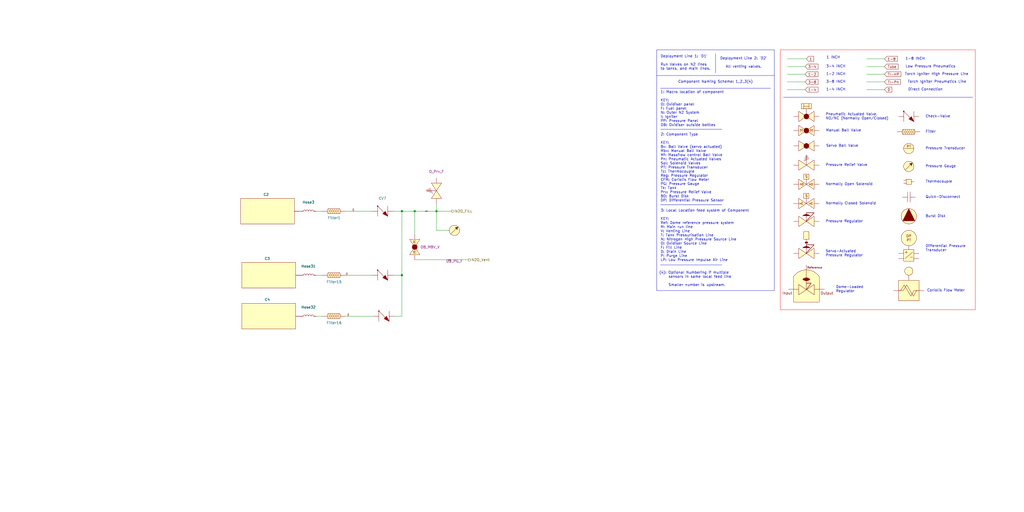
<source format=kicad_sch>
(kicad_sch (version 20250114) (generator "eeschema") (generator_version "9.0")
  (paper "User" 508 254)
  (lib_symbols
    (symbol "Check_Valve_1"
      (property "Reference" "CV" (at 2.54 -4.064 0))
      (symbol "Check_Valve_1_0_1"
        (polyline (pts (xy 0 2.54) (xy 5.08 -2.54)))
        (polyline (pts (xy 0 0) (xy 0 2.54)))
        (polyline (pts (xy 0 0) (xy 0 -2.54)))
        (polyline (pts (xy 5.08 -2.54) (xy 5.08 2.54)))
      )
      (symbol "Check_Valve_1_1_1"
        (circle (center 0 2.54) (radius 0.254) (fill (type outline)))
        (polyline (pts (xy 5.08 -2.54) (xy 2.54 -1.27) (xy 3.81 0) (xy 5.08 -2.54)) (fill (type outline)))
        (pin bidirectional line (at -2.54 0 0) (length 2.54) (name "") (number ""))
        (pin bidirectional line (at 7.62 0 180) (length 2.54) (name "") (number ""))
      )
    )
    (symbol "Check_Valve_2"
      (property "Reference" "CV" (at 2.54 -4.064 0))
      (symbol "Check_Valve_2_0_1"
        (polyline (pts (xy 0 2.54) (xy 5.08 -2.54)))
        (polyline (pts (xy 0 0) (xy 0 2.54)))
        (polyline (pts (xy 0 0) (xy 0 -2.54)))
        (polyline (pts (xy 5.08 -2.54) (xy 5.08 2.54)))
      )
      (symbol "Check_Valve_2_1_1"
        (circle (center 0 2.54) (radius 0.254) (fill (type outline)))
        (polyline (pts (xy 5.08 -2.54) (xy 2.54 -1.27) (xy 3.81 0) (xy 5.08 -2.54)) (fill (type outline)))
        (pin bidirectional line (at -2.54 0 0) (length 2.54) (name "") (number ""))
        (pin bidirectional line (at 7.62 0 180) (length 2.54) (name "") (number ""))
      )
    )
    (symbol "Check_Valve_3"
      (property "Reference" "CV" (at 2.54 -4.064 0))
      (symbol "Check_Valve_3_0_1"
        (polyline (pts (xy 0 2.54) (xy 5.08 -2.54)))
        (polyline (pts (xy 0 0) (xy 0 2.54)))
        (polyline (pts (xy 0 0) (xy 0 -2.54)))
        (polyline (pts (xy 5.08 -2.54) (xy 5.08 2.54)))
      )
      (symbol "Check_Valve_3_1_1"
        (circle (center 0 2.54) (radius 0.254) (fill (type outline)))
        (polyline (pts (xy 5.08 -2.54) (xy 2.54 -1.27) (xy 3.81 0) (xy 5.08 -2.54)) (fill (type outline)))
        (pin bidirectional line (at -2.54 0 0) (length 2.54) (name "") (number ""))
        (pin bidirectional line (at 7.62 0 180) (length 2.54) (name "") (number ""))
      )
    )
    (symbol "Filter_1"
      (property "Reference" "Filter" (at 0 -3.302 0))
      (symbol "Filter_1_1_1"
        (polyline (pts (xy -3.302 -0.635) (xy -3.302 0.635)))
        (polyline (pts (xy -3.277 0.65) (xy -3.177 0.95) (xy -2.877 1.2) (xy -2.427 1.25) (xy 2.423 1.25) (xy 2.723 1.15) (xy 2.923 0.95) (xy 3.023 0.7) (xy 3.023 -0.6) (xy 2.973 -0.85) (xy 2.823 -1.05) (xy 2.573 -1.2) (xy 1.973 -1.2) (xy -2.527 -1.2) (xy -2.702 -1.3) (xy -2.952 -1.2) (xy -3.227 -1) (xy -3.227 -0.6) (xy -3.277 -0.3) (xy -3.277 0.6)) (stroke (width -0.0001)) (fill (type background)))
        (polyline (pts (xy -2.667 1.27) (xy 2.413 1.27)))
        (polyline (pts (xy -2.667 1.016) (xy -2.667 0.254)))
        (arc (start -3.302 0.635) (mid -3.116 1.084) (end -2.667 1.27))
        (polyline (pts (xy -2.667 -0.254) (xy -2.667 -1.016)))
        (arc (start -2.667 -1.27) (mid -3.116 -1.084) (end -3.302 -0.635))
        (polyline (pts (xy -2.159 0.508) (xy -2.159 -0.508)))
        (polyline (pts (xy -1.651 1.016) (xy -1.651 0.254)))
        (polyline (pts (xy -1.651 -0.254) (xy -1.651 -1.016)))
        (polyline (pts (xy -1.143 0.508) (xy -1.143 -0.508)))
        (polyline (pts (xy -0.635 1.016) (xy -0.635 0.254)))
        (polyline (pts (xy -0.635 -0.254) (xy -0.635 -1.016)))
        (polyline (pts (xy -0.127 0.508) (xy -0.127 -0.508)))
        (polyline (pts (xy 0.381 1.016) (xy 0.381 0.254)))
        (polyline (pts (xy 0.381 -0.254) (xy 0.381 -1.016)))
        (polyline (pts (xy 0.889 0.508) (xy 0.889 -0.508)))
        (polyline (pts (xy 1.397 1.016) (xy 1.397 0.254)))
        (polyline (pts (xy 1.397 -0.254) (xy 1.397 -1.016)))
        (polyline (pts (xy 1.905 0.508) (xy 1.905 -0.508)))
        (polyline (pts (xy 2.413 1.016) (xy 2.413 0.254)))
        (arc (start 2.413 1.27) (mid 2.862 1.084) (end 3.048 0.635))
        (polyline (pts (xy 2.413 -0.254) (xy 2.413 -1.016)))
        (arc (start 3.048 -0.635) (mid 2.862 -1.084) (end 2.413 -1.27))
        (polyline (pts (xy 2.413 -1.27) (xy -2.667 -1.27)))
        (polyline (pts (xy 3.048 0.635) (xy 3.048 -0.635)))
        (pin passive line (at -5.842 0 0) (length 2.54) (name "") (number ""))
        (pin passive line (at 5.588 0 180) (length 2.54) (name "") (number ""))
      )
    )
    (symbol "Filter_2"
      (property "Reference" "Filter" (at 0 -3.302 0))
      (symbol "Filter_2_1_1"
        (polyline (pts (xy -3.302 -0.635) (xy -3.302 0.635)))
        (polyline (pts (xy -3.277 0.65) (xy -3.177 0.95) (xy -2.877 1.2) (xy -2.427 1.25) (xy 2.423 1.25) (xy 2.723 1.15) (xy 2.923 0.95) (xy 3.023 0.7) (xy 3.023 -0.6) (xy 2.973 -0.85) (xy 2.823 -1.05) (xy 2.573 -1.2) (xy 1.973 -1.2) (xy -2.527 -1.2) (xy -2.702 -1.3) (xy -2.952 -1.2) (xy -3.227 -1) (xy -3.227 -0.6) (xy -3.277 -0.3) (xy -3.277 0.6)) (stroke (width -0.0001)) (fill (type background)))
        (polyline (pts (xy -2.667 1.27) (xy 2.413 1.27)))
        (polyline (pts (xy -2.667 1.016) (xy -2.667 0.254)))
        (arc (start -3.302 0.635) (mid -3.116 1.084) (end -2.667 1.27))
        (polyline (pts (xy -2.667 -0.254) (xy -2.667 -1.016)))
        (arc (start -2.667 -1.27) (mid -3.116 -1.084) (end -3.302 -0.635))
        (polyline (pts (xy -2.159 0.508) (xy -2.159 -0.508)))
        (polyline (pts (xy -1.651 1.016) (xy -1.651 0.254)))
        (polyline (pts (xy -1.651 -0.254) (xy -1.651 -1.016)))
        (polyline (pts (xy -1.143 0.508) (xy -1.143 -0.508)))
        (polyline (pts (xy -0.635 1.016) (xy -0.635 0.254)))
        (polyline (pts (xy -0.635 -0.254) (xy -0.635 -1.016)))
        (polyline (pts (xy -0.127 0.508) (xy -0.127 -0.508)))
        (polyline (pts (xy 0.381 1.016) (xy 0.381 0.254)))
        (polyline (pts (xy 0.381 -0.254) (xy 0.381 -1.016)))
        (polyline (pts (xy 0.889 0.508) (xy 0.889 -0.508)))
        (polyline (pts (xy 1.397 1.016) (xy 1.397 0.254)))
        (polyline (pts (xy 1.397 -0.254) (xy 1.397 -1.016)))
        (polyline (pts (xy 1.905 0.508) (xy 1.905 -0.508)))
        (polyline (pts (xy 2.413 1.016) (xy 2.413 0.254)))
        (arc (start 2.413 1.27) (mid 2.862 1.084) (end 3.048 0.635))
        (polyline (pts (xy 2.413 -0.254) (xy 2.413 -1.016)))
        (arc (start 3.048 -0.635) (mid 2.862 -1.084) (end 2.413 -1.27))
        (polyline (pts (xy 2.413 -1.27) (xy -2.667 -1.27)))
        (polyline (pts (xy 3.048 0.635) (xy 3.048 -0.635)))
        (pin passive line (at -5.842 0 0) (length 2.54) (name "") (number ""))
        (pin passive line (at 5.588 0 180) (length 2.54) (name "") (number ""))
      )
    )
    (symbol "Filter_3"
      (property "Reference" "Filter" (at 0 -3.302 0))
      (symbol "Filter_3_1_1"
        (polyline (pts (xy -3.302 -0.635) (xy -3.302 0.635)))
        (polyline (pts (xy -3.277 0.65) (xy -3.177 0.95) (xy -2.877 1.2) (xy -2.427 1.25) (xy 2.423 1.25) (xy 2.723 1.15) (xy 2.923 0.95) (xy 3.023 0.7) (xy 3.023 -0.6) (xy 2.973 -0.85) (xy 2.823 -1.05) (xy 2.573 -1.2) (xy 1.973 -1.2) (xy -2.527 -1.2) (xy -2.702 -1.3) (xy -2.952 -1.2) (xy -3.227 -1) (xy -3.227 -0.6) (xy -3.277 -0.3) (xy -3.277 0.6)) (stroke (width -0.0001)) (fill (type background)))
        (polyline (pts (xy -2.667 1.27) (xy 2.413 1.27)))
        (polyline (pts (xy -2.667 1.016) (xy -2.667 0.254)))
        (arc (start -3.302 0.635) (mid -3.116 1.084) (end -2.667 1.27))
        (polyline (pts (xy -2.667 -0.254) (xy -2.667 -1.016)))
        (arc (start -2.667 -1.27) (mid -3.116 -1.084) (end -3.302 -0.635))
        (polyline (pts (xy -2.159 0.508) (xy -2.159 -0.508)))
        (polyline (pts (xy -1.651 1.016) (xy -1.651 0.254)))
        (polyline (pts (xy -1.651 -0.254) (xy -1.651 -1.016)))
        (polyline (pts (xy -1.143 0.508) (xy -1.143 -0.508)))
        (polyline (pts (xy -0.635 1.016) (xy -0.635 0.254)))
        (polyline (pts (xy -0.635 -0.254) (xy -0.635 -1.016)))
        (polyline (pts (xy -0.127 0.508) (xy -0.127 -0.508)))
        (polyline (pts (xy 0.381 1.016) (xy 0.381 0.254)))
        (polyline (pts (xy 0.381 -0.254) (xy 0.381 -1.016)))
        (polyline (pts (xy 0.889 0.508) (xy 0.889 -0.508)))
        (polyline (pts (xy 1.397 1.016) (xy 1.397 0.254)))
        (polyline (pts (xy 1.397 -0.254) (xy 1.397 -1.016)))
        (polyline (pts (xy 1.905 0.508) (xy 1.905 -0.508)))
        (polyline (pts (xy 2.413 1.016) (xy 2.413 0.254)))
        (arc (start 2.413 1.27) (mid 2.862 1.084) (end 3.048 0.635))
        (polyline (pts (xy 2.413 -0.254) (xy 2.413 -1.016)))
        (arc (start 3.048 -0.635) (mid 2.862 -1.084) (end 2.413 -1.27))
        (polyline (pts (xy 2.413 -1.27) (xy -2.667 -1.27)))
        (polyline (pts (xy 3.048 0.635) (xy 3.048 -0.635)))
        (pin passive line (at -5.842 0 0) (length 2.54) (name "") (number ""))
        (pin passive line (at 5.588 0 180) (length 2.54) (name "") (number ""))
      )
    )
    (symbol "Hose_1"
      (property "Reference" "Hose" (at 0 0 0))
      (symbol "Hose_1_0_1"
        (arc (start 0 6.35) (mid 0.6323 5.715) (end 0 5.08))
        (arc (start 0 5.08) (mid 0.6323 4.445) (end 0 3.81))
        (arc (start 0 3.81) (mid 0.6323 3.175) (end 0 2.54))
        (arc (start 0 2.54) (mid 0.6323 1.905) (end 0 1.27))
      )
      (symbol "Hose_1_1_1"
        (pin passive line (at 0 7.62 270) (length 1.27) (name "") (number ""))
        (pin passive line (at 0 0 90) (length 1.27) (name "") (number ""))
      )
    )
    (symbol "Hose_3"
      (property "Reference" "Hose" (at 0 0 0))
      (symbol "Hose_3_0_1"
        (arc (start 0 6.35) (mid 0.6323 5.715) (end 0 5.08))
        (arc (start 0 5.08) (mid 0.6323 4.445) (end 0 3.81))
        (arc (start 0 3.81) (mid 0.6323 3.175) (end 0 2.54))
        (arc (start 0 2.54) (mid 0.6323 1.905) (end 0 1.27))
      )
      (symbol "Hose_3_1_1"
        (pin passive line (at 0 7.62 270) (length 1.27) (name "") (number ""))
        (pin passive line (at 0 0 90) (length 1.27) (name "") (number ""))
      )
    )
    (symbol "Hose_4"
      (property "Reference" "Hose" (at 0 0 0))
      (symbol "Hose_4_0_1"
        (arc (start 0 6.35) (mid 0.6323 5.715) (end 0 5.08))
        (arc (start 0 5.08) (mid 0.6323 4.445) (end 0 3.81))
        (arc (start 0 3.81) (mid 0.6323 3.175) (end 0 2.54))
        (arc (start 0 2.54) (mid 0.6323 1.905) (end 0 1.27))
      )
      (symbol "Hose_4_1_1"
        (pin passive line (at 0 7.62 270) (length 1.27) (name "") (number ""))
        (pin passive line (at 0 0 90) (length 1.27) (name "") (number ""))
      )
    )
    (symbol "MBallValve_1"
      (property "Reference" "MB_V" (at 0 -3.81 0))
      (symbol "MBallValve_1_0_1"
        (polyline (pts (xy -3.048 -0.762) (xy -3.048 0.762) (xy -2.54 0) (xy -2.032 0.762) (xy -2.032 -0.762)))
        (polyline (pts (xy 2.032 -0.762) (xy 2.032 0.762) (xy 2.54 0) (xy 3.048 0.762) (xy 3.048 -0.762)))
      )
      (symbol "MBallValve_1_1_1"
        (polyline (pts (xy 0 0) (xy -3.81 -2.54) (xy -3.81 2.54) (xy 0 0)) (fill (type background)))
        (polyline (pts (xy 0 0) (xy 3.81 2.54) (xy 3.81 -2.54) (xy 0 0)) (fill (type background)))
        (circle (center 0 0) (radius 1.27) (fill (type outline)))
        (pin passive line (at -6.35 0 0) (length 2.54) (name "") (number ""))
        (pin passive line (at 6.35 0 180) (length 2.54) (name "") (number ""))
      )
    )
    (symbol "Manual_Pressure_Gauge_2"
      (property "Reference" "Manual_Pressure_Gauge" (at 0 -3.81 0))
      (symbol "Manual_Pressure_Gauge_2_1_1"
        (polyline (pts (xy -1.778 -1.778) (xy 1.778 1.778) (xy 0.254 1.27) (xy 1.016 1.016) (xy 1.27 0.254) (xy 1.778 1.778)) (fill (type outline)))
        (circle (center 0 0) (radius 2.54) (fill (type background)))
        (pin passive line (at -2.54 0 0) (length 0) (name "") (number ""))
        (pin passive line (at 2.54 0 180) (length 0) (name "") (number ""))
      )
    )
    (symbol "PID_symbols:Ball_Valve"
      (property "Reference" "BV" (at 3.81 -4.318 0))
      (symbol "Ball_Valve_1_1"
        (polyline (pts (xy 3.81 0) (xy 0 -2.54) (xy 0 2.54) (xy 3.81 0)) (fill (type background)))
        (polyline (pts (xy 3.81 0) (xy 7.62 2.54) (xy 7.62 -2.54) (xy 3.81 0)) (fill (type background)))
        (circle (center 3.81 0) (radius 1.27) (fill (type outline)))
        (pin passive line (at -2.54 0 0) (length 2.54) (name "") (number ""))
        (pin passive line (at 10.16 0 180) (length 2.54) (name "") (number ""))
      )
    )
    (symbol "PID_symbols:Burst_Disc"
      (property "Reference" "Burst_Disc" (at 0 -5.334 0))
      (symbol "Burst_Disc_1_1"
        (polyline (pts (xy 0 3.81) (xy -3.048 -2.286) (xy 3.048 -2.286) (xy 0 3.81)) (fill (type outline)))
        (circle (center 0 0) (radius 3.81) (fill (type background)))
        (pin passive line (at -3.81 0 0) (length 0) (name "") (number ""))
        (pin passive line (at 0 -3.81 90) (length 0) (name "") (number ""))
        (pin passive line (at 3.81 0 180) (length 0) (name "") (number ""))
      )
    )
    (symbol "PID_symbols:Check_Valve"
      (property "Reference" "CV" (at 2.54 -4.064 0))
      (symbol "Check_Valve_0_1"
        (polyline (pts (xy 0 2.54) (xy 5.08 -2.54)))
        (polyline (pts (xy 0 0) (xy 0 2.54)))
        (polyline (pts (xy 0 0) (xy 0 -2.54)))
        (polyline (pts (xy 5.08 -2.54) (xy 5.08 2.54)))
      )
      (symbol "Check_Valve_1_1"
        (circle (center 0 2.54) (radius 0.254) (fill (type outline)))
        (polyline (pts (xy 5.08 -2.54) (xy 2.54 -1.27) (xy 3.81 0) (xy 5.08 -2.54)) (fill (type outline)))
        (pin bidirectional line (at -2.54 0 0) (length 2.54) (name "") (number ""))
        (pin bidirectional line (at 7.62 0 180) (length 2.54) (name "") (number ""))
      )
    )
    (symbol "PID_symbols:Coriolis_Flow"
      (property "Reference" "CF" (at 0 9.398 0))
      (property "Description" "Coriolis_Desc" (at 0 -7.112 0))
      (symbol "Coriolis_Flow_1_1"
        (rectangle (start -5.08 5.08) (end 5.08 -5.08) (fill (type background)))
        (polyline (pts (xy -5.08 0) (xy -4.064 0) (xy -2.286 2.794) (xy 1.016 -2.794) (xy 2.54 0) (xy 4.318 0)))
        (polyline (pts (xy -4.572 0) (xy -2.794 0) (xy -1.016 2.794) (xy 2.286 -2.794) (xy 3.81 0) (xy 5.08 0)))
        (circle (center 0 9.652) (radius 2.032) (fill (type background)))
        (polyline (pts (xy 0 5.1434) (xy 0 7.62)))
        (pin input line (at -7.62 0 0) (length 2.54) (name "") (number ""))
        (pin input line (at 7.62 0 180) (length 2.54) (name "") (number ""))
      )
    )
    (symbol "PID_symbols:Cylinder"
      (property "Reference" "C" (at 0 0 0))
      (symbol "Cylinder_1_1"
        (rectangle (start -6.35 12.7) (end 6.35 -13.97) (fill (type background)))
        (pin passive line (at 0 -16.51 90) (length 2.54) (name "") (number ""))
      )
    )
    (symbol "PID_symbols:DP_Sensor"
      (property "Reference" "DP" (at 0 -8.89 0))
      (symbol "DP_Sensor_0_1"
        (polyline (pts (xy -1.905 -2.54) (xy -0.635 -2.54)))
        (polyline (pts (xy -1.905 -5.715) (xy 1.905 -2.54)))
        (polyline (pts (xy -1.27 -1.905) (xy -1.27 -3.175)))
        (polyline (pts (xy 0 -1.27) (xy 0 0.635)))
        (polyline (pts (xy 0.635 -5.08) (xy 1.905 -5.08)))
      )
      (symbol "DP_Sensor_1_1"
        (rectangle (start -2.5399 -1.2699) (end 2.5399 -6.9849) (fill (type background)))
        (circle (center 0 4.445) (radius 3.81) (fill (type background)))
        (text "DP\nPT\n" (at 0 4.445 0) (effects (font (size 1.27 1.27))))
        (pin input line (at -5.08 -3.175 0) (length 2.54) (name "") (number ""))
        (pin input line (at -5.08 -5.715 0) (length 2.54) (name "") (number ""))
        (pin input line (at 5.08 -3.175 180) (length 2.54) (name "") (number ""))
        (pin input line (at 5.08 -5.715 180) (length 2.54) (name "") (number ""))
      )
    )
    (symbol "PID_symbols:Dome_Reg"
      (property "Reference" "Dome" (at 0 -4.445 0))
      (symbol "Dome_Reg_0_1"
        (polyline (pts (xy -6.35 6.35) (xy -6.35 -6.35) (xy 6.35 -6.35) (xy 6.35 6.35)))
        (arc (start -6.35 6.35) (mid 0 9.6327) (end 6.35 6.35))
        (polyline (pts (xy 0 0) (xy 0 2.54)))
      )
      (symbol "Dome_Reg_1_1"
        (polyline (pts (xy -6.35 -6.35) (xy 6.35 -6.35) (xy 6.35 6.35) (xy 5.05 7.8) (xy 3.5 8.8) (xy 1.778 9.398) (xy -0.254 9.652) (xy -2.032 9.398) (xy -3.302 8.89) (xy -4.572 8.128) (xy -5.661 7.191) (xy -6.096 6.604) (xy -6.3 6.3) (xy -6.3 -6.3)) (stroke (width -0.0001)) (fill (type background)))
        (polyline (pts (xy -6.33 -0.002) (xy -3.83 0.002)))
        (polyline (pts (xy -3.834 -0.168) (xy -3.834 2.372) (xy -0.024 -0.168) (xy -3.834 -2.708) (xy -3.834 -0.168)) (fill (type background)))
        (polyline (pts (xy -1.824 4.932) (xy 1.732 4.932) (xy 1.478 5.186) (xy 0.97 5.44) (xy -0.046 5.694) (xy -1.062 5.44) (xy -1.57 5.186) (xy -1.824 4.932)) (stroke (width 0.01)) (fill (type outline)))
        (arc (start 1.754 4.9541) (mid -0.024 4.2176) (end -1.802 4.9541))
        (arc (start -1.802 4.9599) (mid -0.024 5.6964) (end 1.754 4.9599))
        (polyline (pts (xy 0 9.652) (xy 0 5.588)))
        (polyline (pts (xy 0 4.318) (xy 0 3.7)))
        (polyline (pts (xy 0 3.728) (xy 0 2.368)))
        (polyline (pts (xy 0 -0.15) (xy 2.3536 3.0474) (xy 0.05 3.05)) (stroke (width 0.25)))
        (polyline (pts (xy 0.076 -0.168) (xy 3.886 2.372) (xy 3.886 -2.708) (xy 0.076 -0.168)) (fill (type background)))
        (polyline (pts (xy 1.776 4.932) (xy -1.78 4.932) (xy -1.526 4.678) (xy -1.018 4.424) (xy -0.002 4.17) (xy 1.014 4.424) (xy 1.522 4.678) (xy 1.776 4.932)) (stroke (width 0.01)) (fill (type outline)))
        (polyline (pts (xy 3.9 0) (xy 6.35 0)))
        (text "Input" (at -9.525 -1.905 0) (effects (font (size 1.27 1.27))))
        (text "Reference \n" (at 4.445 10.795 0) (effects (font (size 1 1))))
        (text "Output" (at 10.16 -1.905 0) (effects (font (size 1.27 1.27))))
        (pin input line (at -8.89 0 0) (length 2.54) (name "") (number ""))
        (pin input line (at 0 12.065 270) (length 2.54) (name "") (number ""))
        (pin input line (at 8.89 0 180) (length 2.54) (name "") (number ""))
      )
    )
    (symbol "PID_symbols:Filter"
      (property "Reference" "Filter" (at 0 -3.302 0))
      (symbol "Filter_1_1"
        (polyline (pts (xy -3.302 -0.635) (xy -3.302 0.635)))
        (polyline (pts (xy -3.277 0.65) (xy -3.177 0.95) (xy -2.877 1.2) (xy -2.427 1.25) (xy 2.423 1.25) (xy 2.723 1.15) (xy 2.923 0.95) (xy 3.023 0.7) (xy 3.023 -0.6) (xy 2.973 -0.85) (xy 2.823 -1.05) (xy 2.573 -1.2) (xy 1.973 -1.2) (xy -2.527 -1.2) (xy -2.702 -1.3) (xy -2.952 -1.2) (xy -3.227 -1) (xy -3.227 -0.6) (xy -3.277 -0.3) (xy -3.277 0.6)) (stroke (width -0.0001)) (fill (type background)))
        (polyline (pts (xy -2.667 1.27) (xy 2.413 1.27)))
        (polyline (pts (xy -2.667 1.016) (xy -2.667 0.254)))
        (arc (start -3.302 0.635) (mid -3.116 1.084) (end -2.667 1.27))
        (polyline (pts (xy -2.667 -0.254) (xy -2.667 -1.016)))
        (arc (start -2.667 -1.27) (mid -3.116 -1.084) (end -3.302 -0.635))
        (polyline (pts (xy -2.159 0.508) (xy -2.159 -0.508)))
        (polyline (pts (xy -1.651 1.016) (xy -1.651 0.254)))
        (polyline (pts (xy -1.651 -0.254) (xy -1.651 -1.016)))
        (polyline (pts (xy -1.143 0.508) (xy -1.143 -0.508)))
        (polyline (pts (xy -0.635 1.016) (xy -0.635 0.254)))
        (polyline (pts (xy -0.635 -0.254) (xy -0.635 -1.016)))
        (polyline (pts (xy -0.127 0.508) (xy -0.127 -0.508)))
        (polyline (pts (xy 0.381 1.016) (xy 0.381 0.254)))
        (polyline (pts (xy 0.381 -0.254) (xy 0.381 -1.016)))
        (polyline (pts (xy 0.889 0.508) (xy 0.889 -0.508)))
        (polyline (pts (xy 1.397 1.016) (xy 1.397 0.254)))
        (polyline (pts (xy 1.397 -0.254) (xy 1.397 -1.016)))
        (polyline (pts (xy 1.905 0.508) (xy 1.905 -0.508)))
        (polyline (pts (xy 2.413 1.016) (xy 2.413 0.254)))
        (arc (start 2.413 1.27) (mid 2.862 1.084) (end 3.048 0.635))
        (polyline (pts (xy 2.413 -0.254) (xy 2.413 -1.016)))
        (arc (start 3.048 -0.635) (mid 2.862 -1.084) (end 2.413 -1.27))
        (polyline (pts (xy 2.413 -1.27) (xy -2.667 -1.27)))
        (polyline (pts (xy 3.048 0.635) (xy 3.048 -0.635)))
        (pin passive line (at -5.842 0 0) (length 2.54) (name "") (number ""))
        (pin passive line (at 5.588 0 180) (length 2.54) (name "") (number ""))
      )
    )
    (symbol "PID_symbols:MBallValve"
      (property "Reference" "MB_V" (at 0 -3.81 0))
      (symbol "MBallValve_0_1"
        (polyline (pts (xy -3.048 -0.762) (xy -3.048 0.762) (xy -2.54 0) (xy -2.032 0.762) (xy -2.032 -0.762)))
        (polyline (pts (xy 2.032 -0.762) (xy 2.032 0.762) (xy 2.54 0) (xy 3.048 0.762) (xy 3.048 -0.762)))
      )
      (symbol "MBallValve_1_1"
        (polyline (pts (xy 0 0) (xy -3.81 -2.54) (xy -3.81 2.54) (xy 0 0)) (fill (type background)))
        (polyline (pts (xy 0 0) (xy 3.81 2.54) (xy 3.81 -2.54) (xy 0 0)) (fill (type background)))
        (circle (center 0 0) (radius 1.27) (fill (type outline)))
        (pin passive line (at -6.35 0 0) (length 2.54) (name "") (number ""))
        (pin passive line (at 6.35 0 180) (length 2.54) (name "") (number ""))
      )
    )
    (symbol "PID_symbols:Manual_Pressure_Gauge"
      (property "Reference" "Manual_Pressure_Gauge" (at 0 -3.81 0))
      (symbol "Manual_Pressure_Gauge_1_1"
        (polyline (pts (xy -1.778 -1.778) (xy 1.778 1.778) (xy 0.254 1.27) (xy 1.016 1.016) (xy 1.27 0.254) (xy 1.778 1.778)) (fill (type outline)))
        (circle (center 0 0) (radius 2.54) (fill (type background)))
        (pin passive line (at -2.54 0 0) (length 0) (name "") (number ""))
        (pin passive line (at 2.54 0 180) (length 0) (name "") (number ""))
      )
    )
    (symbol "PID_symbols:Normally Open Solenoid"
      (property "Reference" "nO_Sol" (at 3.81 -3.81 0))
      (symbol "Normally Open Solenoid_0_1"
        (polyline (pts (xy 3.81 0) (xy 3.81 2.54)))
      )
      (symbol "Normally Open Solenoid_1_1"
        (polyline (pts (xy 0 0) (xy 0 2.54) (xy 3.81 0) (xy 0 -2.54) (xy 0 0)) (fill (type background)))
        (polyline (pts (xy 3.81 2.54) (xy 2.54 2.54) (xy 2.54 5.08) (xy 5.08 5.08) (xy 5.08 2.54) (xy 3.81 2.54)) (fill (type background)))
        (polyline (pts (xy 3.81 0) (xy 7.62 2.54) (xy 7.62 -2.54) (xy 3.81 0)) (fill (type background)))
        (text "nO\n\n" (at 1.524 -0.762 0) (effects (font (size 1 1))))
        (text "S\n" (at 3.81 3.81 0) (effects (font (size 1.27 1.27))))
        (text "nO" (at 6.096 0 0) (effects (font (size 1 1))))
        (pin passive line (at -2.54 0 0) (length 2.54) (name "") (number ""))
        (pin passive line (at 10.16 0 180) (length 2.54) (name "") (number ""))
      )
    )
    (symbol "PID_symbols:Normally_Closed_Solenoid"
      (property "Reference" "nC_Sol" (at 0 -3.81 0))
      (symbol "Normally_Closed_Solenoid_0_1"
        (polyline (pts (xy 0 0) (xy 0 2.54)))
      )
      (symbol "Normally_Closed_Solenoid_1_1"
        (polyline (pts (xy -3.81 0) (xy -3.81 2.54) (xy 0 0) (xy -3.81 -2.54) (xy -3.81 0)) (fill (type background)))
        (polyline (pts (xy 0 2.54) (xy -1.27 2.54) (xy -1.27 5.08) (xy 1.27 5.08) (xy 1.27 2.54) (xy 0 2.54)) (fill (type background)))
        (polyline (pts (xy 0 0) (xy 3.81 2.54) (xy 3.81 -2.54) (xy 0 0)) (fill (type background)))
        (text "nC" (at -2.54 0 0) (effects (font (size 1 1))))
        (text "S\n" (at 0 3.81 0) (effects (font (size 1.27 1.27))))
        (text "nC" (at 2.286 0 0) (effects (font (size 1 1))))
        (pin passive line (at -6.35 0 0) (length 2.54) (name "") (number ""))
        (pin passive line (at 6.35 0 180) (length 2.54) (name "") (number ""))
      )
    )
    (symbol "PID_symbols:Pressure_Regulator"
      (property "Reference" "Servo_Reg" (at 3.81 -3.81 0))
      (property "Description" "Pressure Regulator" (at 3.81 -6.35 0))
      (symbol "Pressure_Regulator_0_1"
        (polyline (pts (xy 2.032 2.794) (xy 5.588 2.794)))
        (polyline (pts (xy 3.81 2.54) (xy 3.81 2.794)))
        (polyline (pts (xy 3.81 0) (xy 3.81 2.54)))
      )
      (symbol "Pressure_Regulator_1_1"
        (unit_name "Reg")
        (polyline (pts (xy 0 0) (xy 0 2.54) (xy 3.81 0) (xy 0 -2.54) (xy 0 0)) (fill (type background)))
        (polyline (pts (xy 2.032 2.794) (xy 5.588 2.794) (xy 5.334 3.048) (xy 4.826 3.302) (xy 3.81 3.556) (xy 2.794 3.302) (xy 2.286 3.048) (xy 2.032 2.794)) (stroke (width 0.01)) (fill (type outline)))
        (polyline (pts (xy 3.81 4.318) (xy 3.81 3.81)))
        (polyline (pts (xy 3.81 3.81) (xy 3.81 3.556)))
        (arc (start 2.032 2.794) (mid 3.81 3.5305) (end 5.588 2.794))
        (polyline (pts (xy 3.81 0.254) (xy 7.62 4.318) (xy 3.81 4.318)) (stroke (width 0.25)))
        (polyline (pts (xy 3.81 0) (xy 7.62 2.54) (xy 7.62 -2.54) (xy 3.81 0)) (fill (type background)))
        (pin passive line (at -2.54 0 0) (length 2.54) (name "") (number ""))
        (pin passive line (at 10.16 0 180) (length 2.54) (name "") (number ""))
      )
      (symbol "Pressure_Regulator_1_2"
        (unit_name "Reg")
        (pin passive line (at -2.54 0 0) (length 2.54) (name "") (number ""))
        (pin passive line (at 10.16 0 180) (length 2.54) (name "") (number ""))
      )
      (symbol "Pressure_Regulator_2_1"
        (unit_name "Servo-Reg")
        (polyline (pts (xy 0 0) (xy 0 2.54) (xy 3.81 0) (xy 0 -2.54) (xy 0 0)) (fill (type background)))
        (polyline (pts (xy 2.032 2.794) (xy 5.588 2.794) (xy 5.334 3.048) (xy 4.826 3.302) (xy 3.81 3.556) (xy 2.794 3.302) (xy 2.286 3.048) (xy 2.032 2.794)) (stroke (width 0.01)) (fill (type outline)))
        (rectangle (start 2.54 10.795) (end 5.08 6.985) (fill (type background)))
        (rectangle (start 3.175 5.715) (end 4.445 5.08) (fill (type outline)))
        (polyline (pts (xy 3.81 4.318) (xy 3.81 3.81)))
        (polyline (pts (xy 3.81 3.81) (xy 3.81 6.985)))
        (polyline (pts (xy 3.81 3.81) (xy 3.81 3.556)))
        (arc (start 2.032 2.794) (mid 3.81 3.5305) (end 5.588 2.794))
        (polyline (pts (xy 3.81 0.254) (xy 7.62 4.318) (xy 3.81 4.318)) (stroke (width 0.25)))
        (polyline (pts (xy 3.81 0) (xy 7.62 2.54) (xy 7.62 -2.54) (xy 3.81 0)) (fill (type background)))
        (pin passive line (at -2.54 0 0) (length 2.54) (name "") (number ""))
        (pin passive line (at 10.16 0 180) (length 2.54) (name "") (number ""))
      )
      (symbol "Pressure_Regulator_2_2"
        (unit_name "Servo-Reg")
        (pin passive line (at -2.54 0 0) (length 2.54) (name "") (number ""))
        (pin passive line (at 10.16 0 180) (length 2.54) (name "") (number ""))
      )
    )
    (symbol "PID_symbols:Quick_Disconnect"
      (property "Reference" "QD" (at 0.762 -4.572 0))
      (symbol "Quick_Disconnect_0_1"
        (polyline (pts (xy 0 0) (xy 0 2.54) (xy 0 0) (xy 0 -2.54)))
        (polyline (pts (xy 1.27 2.54) (xy 1.27 -2.54)))
      )
      (symbol "Quick_Disconnect_1_1"
        (pin passive line (at -2.54 0 0) (length 2.54) (name "") (number ""))
        (pin passive line (at 3.81 0 180) (length 2.54) (name "") (number ""))
      )
    )
    (symbol "PID_symbols:SPRV"
      (property "Reference" "SPRV" (at 3.556 -3.302 0))
      (symbol "SPRV_0_1"
        (polyline (pts (xy 3.81 0) (xy 3.81 5.08)))
        (polyline (pts (xy 4.318 4.826) (xy 3.302 4.318)))
        (polyline (pts (xy 4.572 4.318) (xy 3.048 3.556)))
        (polyline (pts (xy 4.826 3.81) (xy 2.794 2.794)))
        (polyline (pts (xy 5.08 3.302) (xy 2.54 2.032)))
      )
      (symbol "SPRV_1_1"
        (polyline (pts (xy 0 0) (xy 0 2.54) (xy 3.81 0) (xy 0 -2.54) (xy 0 0)) (fill (type background)))
        (polyline (pts (xy 3.81 0) (xy 7.62 2.54) (xy 7.62 -2.54) (xy 3.81 0)) (fill (type background)))
        (pin passive line (at -2.54 0 0) (length 2.54) (name "") (number ""))
        (pin passive line (at 10.16 0 180) (length 2.54) (name "") (number ""))
      )
    )
    (symbol "PID_symbols:Thermocouple"
      (property "Reference" "TC" (at 0 -3.81 0))
      (symbol "Thermocouple_0_1"
        (polyline (pts (xy -0.762 -1.397) (xy -0.762 -2.54)))
        (polyline (pts (xy 0.762 -1.27) (xy 0.762 -2.54)))
      )
      (symbol "Thermocouple_1_1"
        (rectangle (start -1.27 1.27) (end 1.27 -1.27) (fill (type background)))
        (pin input line (at 0 2.54 270) (length 1.35) (name "") (number ""))
      )
    )
    (symbol "Pneumatic_Rotary_Ball_Valve_2"
      (property "Reference" "Pmatic_B_Valve" (at 0 -3.81 0))
      (symbol "Pneumatic_Rotary_Ball_Valve_2_1_1"
        (polyline (pts (xy -1.27 5.08) (xy 1.27 5.08)))
        (polyline (pts (xy -1.27 3.81) (xy -1.27 6.35)))
        (polyline (pts (xy 0 0) (xy -3.81 2.54) (xy -3.81 -2.54) (xy 0 0)) (fill (type background)))
        (polyline (pts (xy 0 0) (xy 3.81 2.54) (xy 3.81 -2.54) (xy 0 0)) (fill (type background)))
        (polyline (pts (xy 0 0) (xy 0 2.54) (xy 0 3.81) (xy -2.54 3.81) (xy -2.54 6.35) (xy 2.54 6.35) (xy 2.54 3.81) (xy 0 3.81)) (fill (type background)))
        (circle (center 0 0) (radius 1.27) (fill (type outline)))
        (polyline (pts (xy 1.27 6.35) (xy 1.27 3.81)))
        (pin passive line (at -6.35 0 0) (length 2.54) (name "") (number ""))
        (pin passive line (at 0 6.35 270) (length 0) (name "") (number ""))
        (pin passive line (at 0 -1.27 90) (length 0) (name "") (number ""))
        (pin passive line (at 6.35 0 180) (length 2.54) (name "") (number ""))
      )
    )
    (symbol "Pressure_Regulator_1"
      (property "Reference" "Servo_Reg" (at 3.81 -3.81 0))
      (property "Description" "Pressure Regulator" (at 3.81 -6.35 0))
      (symbol "Pressure_Regulator_1_0_1"
        (polyline (pts (xy 2.032 2.794) (xy 5.588 2.794)))
        (polyline (pts (xy 3.81 2.54) (xy 3.81 2.794)))
        (polyline (pts (xy 3.81 0) (xy 3.81 2.54)))
      )
      (symbol "Pressure_Regulator_1_1_1"
        (unit_name "Reg")
        (polyline (pts (xy 0 0) (xy 0 2.54) (xy 3.81 0) (xy 0 -2.54) (xy 0 0)) (fill (type background)))
        (polyline (pts (xy 2.032 2.794) (xy 5.588 2.794) (xy 5.334 3.048) (xy 4.826 3.302) (xy 3.81 3.556) (xy 2.794 3.302) (xy 2.286 3.048) (xy 2.032 2.794)) (stroke (width 0.01)) (fill (type outline)))
        (polyline (pts (xy 3.81 4.318) (xy 3.81 3.81)))
        (polyline (pts (xy 3.81 3.81) (xy 3.81 3.556)))
        (arc (start 2.032 2.794) (mid 3.81 3.5305) (end 5.588 2.794))
        (polyline (pts (xy 3.81 0.254) (xy 7.62 4.318) (xy 3.81 4.318)) (stroke (width 0.25)))
        (polyline (pts (xy 3.81 0) (xy 7.62 2.54) (xy 7.62 -2.54) (xy 3.81 0)) (fill (type background)))
        (pin passive line (at -2.54 0 0) (length 2.54) (name "") (number ""))
        (pin passive line (at 10.16 0 180) (length 2.54) (name "") (number ""))
      )
      (symbol "Pressure_Regulator_1_1_2"
        (unit_name "Reg")
        (pin passive line (at -2.54 0 0) (length 2.54) (name "") (number ""))
        (pin passive line (at 10.16 0 180) (length 2.54) (name "") (number ""))
      )
      (symbol "Pressure_Regulator_1_2_1"
        (unit_name "Servo-Reg")
        (polyline (pts (xy 0 0) (xy 0 2.54) (xy 3.81 0) (xy 0 -2.54) (xy 0 0)) (fill (type background)))
        (polyline (pts (xy 2.032 2.794) (xy 5.588 2.794) (xy 5.334 3.048) (xy 4.826 3.302) (xy 3.81 3.556) (xy 2.794 3.302) (xy 2.286 3.048) (xy 2.032 2.794)) (stroke (width 0.01)) (fill (type outline)))
        (rectangle (start 2.54 10.795) (end 5.08 6.985) (fill (type background)))
        (rectangle (start 3.175 5.715) (end 4.445 5.08) (fill (type outline)))
        (polyline (pts (xy 3.81 4.318) (xy 3.81 3.81)))
        (polyline (pts (xy 3.81 3.81) (xy 3.81 6.985)))
        (polyline (pts (xy 3.81 3.81) (xy 3.81 3.556)))
        (arc (start 2.032 2.794) (mid 3.81 3.5305) (end 5.588 2.794))
        (polyline (pts (xy 3.81 0.254) (xy 7.62 4.318) (xy 3.81 4.318)) (stroke (width 0.25)))
        (polyline (pts (xy 3.81 0) (xy 7.62 2.54) (xy 7.62 -2.54) (xy 3.81 0)) (fill (type background)))
        (pin passive line (at -2.54 0 0) (length 2.54) (name "") (number ""))
        (pin passive line (at 10.16 0 180) (length 2.54) (name "") (number ""))
      )
      (symbol "Pressure_Regulator_1_2_2"
        (unit_name "Servo-Reg")
        (pin passive line (at -2.54 0 0) (length 2.54) (name "") (number ""))
        (pin passive line (at 10.16 0 180) (length 2.54) (name "") (number ""))
      )
    )
    (symbol "Pressure_Transducer_4"
      (property "Reference" "PT" (at 0 -3.81 0))
      (symbol "Pressure_Transducer_4_0_1"
        (polyline (pts (xy -2.54 0) (xy 2.54 0)))
      )
      (symbol "Pressure_Transducer_4_1_1"
        (circle (center 0 0) (radius 2.54) (fill (type background)))
        (text "PT\n" (at 0 1.016 0) (effects (font (size 1.27 1.27))))
        (pin passive line (at -2.54 0 0) (length 0) (name "") (number ""))
        (pin passive line (at 0 -2.54 90) (length 0) (name "") (number ""))
        (pin passive line (at 2.54 0 180) (length 0) (name "") (number ""))
      )
    )
    (symbol "SPRV_1"
      (property "Reference" "SPRV" (at 3.556 -3.302 0))
      (symbol "SPRV_1_0_1"
        (polyline (pts (xy 3.81 0) (xy 3.81 5.08)))
        (polyline (pts (xy 4.318 4.826) (xy 3.302 4.318)))
        (polyline (pts (xy 4.572 4.318) (xy 3.048 3.556)))
        (polyline (pts (xy 4.826 3.81) (xy 2.794 2.794)))
        (polyline (pts (xy 5.08 3.302) (xy 2.54 2.032)))
      )
      (symbol "SPRV_1_1_1"
        (polyline (pts (xy 0 0) (xy 0 2.54) (xy 3.81 0) (xy 0 -2.54) (xy 0 0)) (fill (type background)))
        (polyline (pts (xy 3.81 0) (xy 7.62 2.54) (xy 7.62 -2.54) (xy 3.81 0)) (fill (type background)))
        (pin passive line (at -2.54 0 0) (length 2.54) (name "") (number ""))
        (pin passive line (at 10.16 0 180) (length 2.54) (name "") (number ""))
      )
    )
  )
  (rectangle (start 387.0325 24.765) (end 483.8699 153.67) (stroke (width 0) (color 255 0 0 1)))
  (rectangle (start 325.755 24.765) (end 384.175 144.145))
  (text "Servo Ball Valve" (at 417.83 72.39 0) (effects (font (size 1.27 1.27))))
  (text "Low Pressure Pneumatics" (at 461.645 33.02 0) (effects (font (size 1.27 1.27))))
  (text "3: Local Location feed system of Component\n\nKEY:\nRef: Dome reference pressure system\nM: Main run line\nV: Venting Line\nT: Tank Pressurisation Line\nN: Nitrogen High Pressure Source Line\nO: Oxidiser Source Line\nF: Fill Line\nD: Drain Line\nP: Purge Line\nLP: Low Pressure Impulse Air Line" (at 327.66 116.84 0) (effects (font (size 1.27 1.27)) (justify left)))
  (text "Direct Connection" (at 459.105 44.45 0) (effects (font (size 1.27 1.27))))
  (text "1: Macro location of component\n\nKEY:\nO: Oxidiser panel\nF: Fuel panel\nN: Outer N2 System\nI: Igniter\nPP: Pressure Panel\nOB: Oxidiser outside bottles" (at 327.66 53.975 0) (effects (font (size 1.27 1.27)) (justify left)))
  (text "1-4 INCH\n" (at 414.655 44.45 0) (effects (font (size 1.27 1.27))))
  (text "Manual Ball Valve" (at 418.465 64.77 0) (effects (font (size 1.27 1.27))))
  (text "1-8 INCH\n" (at 454.025 29.21 0) (effects (font (size 1.27 1.27))))
  (text "Dome-Loaded \nRegulator" (at 414.655 143.51 0) (effects (font (size 1.27 1.27)) (justify left)))
  (text "Check-Valve" (at 459.105 57.785 0) (effects (font (size 1.27 1.27)) (justify left)))
  (text "3-8 INCH\n" (at 414.655 40.64 0) (effects (font (size 1.27 1.27))))
  (text "Quick-Disconnect" (at 459.105 97.79 0) (effects (font (size 1.27 1.27)) (justify left)))
  (text "2: Component Type\n\nKEY:\nBv: Ball Valve (servo actuated)\nMbv: Manual Ball Valve\nMf: Massflow control Ball Valve\nPn: Pneumatic Actuated Valves\nSol: Solenoid Valves\nPT: Pressure Transducer\nTc: Thermocouple\nReg: Pressure Regulator\nCFM: Coriolis Flow Meter\nPG: Pressure Gauge\nTk: Tank\nPrv: Pressure Relief Valve\nBD: Burst Disk\nDP: Differential Pressure Sensor" (at 327.66 83.185 0) (effects (font (size 1.27 1.27)) (justify left)))
  (text "Pressure Gauge" (at 459.105 82.55 0) (effects (font (size 1.27 1.27)) (justify left)))
  (text "1-2 INCH\n" (at 414.655 36.83 0) (effects (font (size 1.27 1.27))))
  (text "Filter" (at 459.105 65.405 0) (effects (font (size 1.27 1.27)) (justify left)))
  (text "Normally Closed Solenoid" (at 409.575 100.965 0) (effects (font (size 1.27 1.27)) (justify left)))
  (text "Component Naming Scheme: 1_2_3(4)" (at 354.965 40.64 0) (effects (font (size 1.27 1.27))))
  (text "Pressure Transducer" (at 459.105 73.66 0) (effects (font (size 1.27 1.27)) (justify left)))
  (text "3-4 INCH" (at 414.655 33.02 0) (effects (font (size 1.27 1.27))))
  (text "Normally Open Solenoid" (at 409.575 91.44 0) (effects (font (size 1.27 1.27)) (justify left)))
  (text "(4): Optional Numbering if multiple \n     sensors in same local feed line\n\n  Smaller number is upstream." (at 344.805 138.43 0) (effects (font (size 1.27 1.27))))
  (text "Deployment Line 2: 'D2'\n\nAll venting valves." (at 368.935 31.115 0) (effects (font (size 1.27 1.27))))
  (text "Servo-Actuated \nPressure Regulator\n" (at 409.575 125.73 0) (effects (font (size 1.27 1.27)) (justify left)))
  (text "Thermocouple" (at 459.105 90.17 0) (effects (font (size 1.27 1.27)) (justify left)))
  (text " Torch Igniter High Pressure Line" (at 464.185 36.83 0) (effects (font (size 1.27 1.27))))
  (text "Pneumatic Actuated Valve, \nNO/NC (Normally Open/Closed)" (at 409.575 57.785 0) (effects (font (size 1.27 1.27)) (justify left)))
  (text "Burst Disk" (at 459.105 107.315 0) (effects (font (size 1.27 1.27)) (justify left)))
  (text "Coriolis Flow Meter" (at 469.265 144.145 0) (effects (font (size 1.27 1.27))))
  (text "Differential Pressure \nTransducer" (at 459.105 123.19 0) (effects (font (size 1.27 1.27)) (justify left)))
  (text "Deployment Line 1: 'D1'\n\nRun Valves on N2 lines \nto tanks, and main lines." (at 327.66 31.115 0) (effects (font (size 1.27 1.27)) (justify left)))
  (text "1 INCH" (at 413.385 28.575 0) (effects (font (size 1.27 1.27))))
  (text "Pressure Relief Valve" (at 409.575 81.915 0) (effects (font (size 1.27 1.27)) (justify left)))
  (text "Torch Igniter Pneumatics Line" (at 464.82 40.64 0) (effects (font (size 1.27 1.27))))
  (text "Pressure Regulator " (at 409.575 109.855 0) (effects (font (size 1.27 1.27)) (justify left)))
  (junction (at 199.39 136.525))
  (junction (at 205.74 104.775))
  (junction (at 216.535 104.775))
  (junction (at 199.39 104.775))
  (wire (pts (xy 156.845 156.845) (xy 159.893 156.845)))
  (wire (pts (xy 195.58 156.845) (xy 199.39 156.845)))
  (wire (pts (xy 390.525 40.64) (xy 399.415 40.64)))
  (polyline (pts (xy 325.755 37.465) (xy 384.175 37.465)))
  (polyline (pts (xy 327.66 64.135) (xy 358.14 64.135)))
  (wire (pts (xy 390.525 33.02) (xy 399.415 33.02)))
  (wire (pts (xy 429.895 36.83) (xy 438.785 36.83)))
  (wire (pts (xy 222.885 114.3) (xy 216.535 114.3)))
  (wire (pts (xy 171.323 104.775) (xy 184.785 104.775)))
  (polyline (pts (xy 327.66 43.815) (xy 382.27 43.815)))
  (wire (pts (xy 216.535 104.775) (xy 224.155 104.775)))
  (wire (pts (xy 205.74 104.775) (xy 216.535 104.775)))
  (wire (pts (xy 216.535 100.965) (xy 216.535 104.775)))
  (polyline (pts (xy 327.66 131.445) (xy 358.14 131.445)))
  (wire (pts (xy 148.59 104.775) (xy 149.225 104.775)))
  (polyline (pts (xy 388.62 48.26) (xy 482.6 48.26)))
  (polyline (pts (xy 354.965 26.67) (xy 354.965 36.195)))
  (polyline (pts (xy 327.66 101.6) (xy 358.14 101.6)))
  (wire (pts (xy 390.525 36.83) (xy 399.415 36.83)))
  (wire (pts (xy 429.895 44.45) (xy 438.785 44.45)))
  (wire (pts (xy 156.845 136.525) (xy 159.893 136.525)))
  (wire (pts (xy 205.74 116.205) (xy 205.74 104.775)))
  (wire (pts (xy 429.895 33.02) (xy 438.785 33.02)))
  (wire (pts (xy 199.39 104.775) (xy 205.74 104.775)))
  (wire (pts (xy 171.323 136.525) (xy 184.785 136.525)))
  (wire (pts (xy 156.845 104.775) (xy 159.893 104.775)))
  (wire (pts (xy 390.525 29.21) (xy 400.05 29.21)))
  (wire (pts (xy 390.525 44.45) (xy 399.415 44.45)))
  (wire (pts (xy 205.74 128.905) (xy 232.41 128.905)))
  (wire (pts (xy 199.39 156.845) (xy 199.39 136.525)))
  (wire (pts (xy 199.39 136.525) (xy 199.39 104.775)))
  (wire (pts (xy 171.323 156.845) (xy 185.42 156.845)))
  (wire (pts (xy 429.895 40.64) (xy 438.785 40.64)))
  (wire (pts (xy 216.535 114.3) (xy 216.535 104.775)))
  (wire (pts (xy 429.895 29.21) (xy 438.785 29.21)))
  (wire (pts (xy 194.945 136.525) (xy 199.39 136.525)))
  (wire (pts (xy 194.945 104.775) (xy 199.39 104.775)))
  (global_label "3-4" (shape input) (at 399.415 33.02 0) (property "Intersheetrefs" "${INTERSHEET_REFS}" (effects (hide yes))))
  (global_label "TI-HP" (shape input) (at 438.785 36.83 0) (property "Intersheetrefs" "${INTERSHEET_REFS}" (effects (hide yes))))
  (global_label "1-2" (shape input) (at 399.415 36.83 0) (property "Intersheetrefs" "${INTERSHEET_REFS}" (effects (hide yes))))
  (global_label "1-4" (shape input) (at 222.25 128.905 0) (effects (font (size 0.254 0.254))) (property "Intersheetrefs" "${INTERSHEET_REFS}" (effects (hide yes))))
  (global_label "1-4" (shape input) (at 172.72 156.845 90) (effects (font (size 0.254 0.254))) (property "Intersheetrefs" "${INTERSHEET_REFS}" (effects (hide yes))))
  (global_label "1" (shape input) (at 400.05 29.21 0) (property "Intersheetrefs" "${INTERSHEET_REFS}" (effects (hide yes))))
  (global_label "3-8" (shape input) (at 210.82 104.775 0) (effects (font (size 0.254 0.254))) (property "Intersheetrefs" "${INTERSHEET_REFS}" (effects (hide yes))))
  (global_label "3-8" (shape input) (at 399.415 40.64 0) (property "Intersheetrefs" "${INTERSHEET_REFS}" (effects (hide yes))))
  (global_label "D" (shape input) (at 438.785 44.45 0) (property "Intersheetrefs" "${INTERSHEET_REFS}" (effects (hide yes))))
  (global_label "1-4" (shape input) (at 172.085 136.525 90) (effects (font (size 0.254 0.254))) (property "Intersheetrefs" "${INTERSHEET_REFS}" (effects (hide yes))))
  (global_label "1-8" (shape input) (at 438.785 29.21 0) (property "Intersheetrefs" "${INTERSHEET_REFS}" (effects (hide yes))))
  (global_label "1-4" (shape input) (at 175.26 104.775 90) (effects (font (size 0.254 0.254))) (property "Intersheetrefs" "${INTERSHEET_REFS}" (effects (hide yes))))
  (global_label "Tube" (shape input) (at 438.785 33.02 0) (property "Intersheetrefs" "${INTERSHEET_REFS}" (effects (hide yes))))
  (global_label "TI-Pn" (shape input) (at 438.785 40.64 0) (property "Intersheetrefs" "${INTERSHEET_REFS}" (effects (hide yes))))
  (global_label "1-4" (shape input) (at 399.415 44.45 0) (property "Intersheetrefs" "${INTERSHEET_REFS}" (effects (hide yes))))
  (hierarchical_label "N2O_Vent" (shape output) (at 232.41 128.905 0))
  (hierarchical_label "N2O_FILL" (shape output) (at 224.155 104.775 0))
  (symbol (lib_id "PID_symbols:Coriolis_Flow") (at 450.85 144.145 0) (unit 1)
    (property "Reference" "CF4" (effects (hide yes)))
    (property "Description" "Coriolis_Desc" (effects (hide yes)))
  )
  (symbol (lib_id "PID_symbols:Manual_Pressure_Gauge") (at 450.85 82.55 0) (unit 1)
    (property "Reference" "Manual_Pressure_Gauge22" (effects (hide yes)))
  )
  (symbol (lib_id "PID_symbols:Burst_Disc") (at 450.85 107.315 0) (unit 1)
    (property "Reference" "Burst_Disc19" (effects (hide yes)))
  )
  (symbol (lib_id "PID_symbols:Quick_Disconnect") (at 450.215 97.79 0) (unit 1)
    (property "Reference" "QD25" (effects (hide yes)))
  )
  (symbol (lib_id "PID_symbols:Normally_Closed_Solenoid") (at 400.05 100.965 0) (unit 1)
    (property "Reference" "nC_Sol9" (effects (hide yes)))
  )
  (symbol (lib_name "Pneumatic_Rotary_Ball_Valve_2") (lib_id "PID_symbols:Pneumatic_Rotary_Ball_Valve") (at 400.05 57.785 0) (unit 1)
    (property "Reference" "Pmatic_B_Valve12" (effects (hide yes)))
  )
  (symbol (lib_name "Hose_1") (lib_id "PID_symbols:Hose") (at 156.845 104.775 90) (unit 1)
    (property "Reference" "Hose3" (at 153.035 100.33 90))
  )
  (symbol (lib_id "PID_symbols:Ball_Valve") (at 396.24 72.39 0) (unit 1)
    (property "Reference" "BV8" (effects (hide yes)))
  )
  (symbol (lib_name "Manual_Pressure_Gauge_2") (lib_id "PID_symbols:Manual_Pressure_Gauge") (at 225.425 114.3 0) (unit 1)
    (property "Reference" "Manual_Pressure_Gauge20" (effects (hide yes)))
    (property "Description" "OB_PG_F" (at 225.425 129.54 0))
  )
  (symbol (lib_id "PID_symbols:Dome_Reg") (at 400.05 143.51 0) (unit 1)
    (property "Reference" "Dome4" (effects (hide yes)))
  )
  (symbol (lib_name "Pressure_Transducer_4") (lib_id "PID_symbols:Pressure_Transducer") (at 450.85 73.66 0) (unit 1)
    (property "Reference" "PT84" (effects (hide yes)))
  )
  (symbol (lib_name "Filter_1") (lib_id "PID_symbols:Filter") (at 165.735 136.525 0) (unit 1)
    (property "Reference" "Filter15" (at 165.735 139.827 0))
  )
  (symbol (lib_id "PID_symbols:Thermocouple") (at 450.85 90.17 270) (unit 1)
    (property "Reference" "TC10" (effects (hide yes)))
  )
  (symbol (lib_name "Filter_2") (lib_id "PID_symbols:Filter") (at 165.735 156.845 0) (unit 1)
    (property "Reference" "Filter16" (at 165.735 160.147 0))
  )
  (symbol (lib_name "Hose_3") (lib_id "PID_symbols:Hose") (at 156.845 136.525 90) (unit 1)
    (property "Reference" "Hose31" (at 153.035 132.08 90))
  )
  (symbol (lib_id "PID_symbols:Normally Open Solenoid") (at 396.24 91.44 0) (unit 1)
    (property "Reference" "nO_Sol27" (effects (hide yes)))
  )
  (symbol (lib_name "Filter_3") (lib_id "PID_symbols:Filter") (at 450.85 65.405 0) (unit 1)
    (property "Reference" "Filter18" (effects (hide yes)))
  )
  (symbol (lib_name "SPRV_1") (lib_id "PID_symbols:SPRV") (at 396.24 81.915 0) (unit 1)
    (property "Reference" "SPRV29" (effects (hide yes)))
  )
  (symbol (lib_id "PID_symbols:Filter") (at 165.735 104.775 0) (unit 1)
    (property "Reference" "Filter1" (at 165.735 108.077 0))
  )
  (symbol (lib_id "PID_symbols:Check_Valve") (at 448.31 57.785 0) (unit 1)
    (property "Reference" "CV18" (effects (hide yes)))
  )
  (symbol (lib_name "Hose_4") (lib_id "PID_symbols:Hose") (at 156.845 156.845 90) (unit 1)
    (property "Reference" "Hose32" (at 153.035 152.4 90))
  )
  (symbol (lib_name "MBallValve_1") (lib_id "PID_symbols:MBallValve") (at 400.05 64.77 0) (unit 1)
    (property "Reference" "MB_V8" (effects (hide yes)))
  )
  (symbol (lib_id "PID_symbols:SPRV") (at 216.535 98.425 90) (unit 1)
    (property "Reference" "SPRV5" (effects (hide yes)))
    (property "Description" "O_Prv_F" (at 216.535 85.09 90))
  )
  (symbol (lib_name "Check_Valve_1") (lib_id "PID_symbols:Check_Valve") (at 187.325 136.525 0) (unit 1)
    (property "Reference" "CV8" (effects (hide yes)))
  )
  (symbol (lib_name "Pressure_Regulator_1") (lib_id "PID_symbols:Pressure_Regulator") (at 396.24 125.73 0) (unit 2)
    (property "Reference" "Servo_Reg4" (effects (hide yes)))
    (property "Description" "Pressure Regulator" (effects (hide yes)))
  )
  (symbol (lib_id "PID_symbols:Cylinder") (at 132.715 136.525 90) (unit 1)
    (property "Reference" "C3" (at 133.985 128.27 90) (effects (justify left)))
  )
  (symbol (lib_id "PID_symbols:Cylinder") (at 132.08 104.775 90) (unit 1)
    (property "Reference" "C2" (at 133.35 96.52 90) (effects (justify left)))
  )
  (symbol (lib_id "PID_symbols:Pressure_Regulator") (at 396.24 109.855 0) (unit 1)
    (property "Reference" "Servo_Reg18" (effects (hide yes)))
    (property "Description" "Pressure Regulator" (effects (hide yes)))
  )
  (symbol (lib_id "PID_symbols:DP_Sensor") (at 450.85 122.555 0) (unit 1)
    (property "Reference" "DP4" (effects (hide yes)))
  )
  (symbol (lib_id "PID_symbols:Cylinder") (at 132.715 156.845 90) (unit 1)
    (property "Reference" "C4" (at 133.985 148.59 90) (effects (justify left)))
  )
  (symbol (lib_id "PID_symbols:MBallValve") (at 205.74 122.555 90) (unit 1)
    (property "Reference" "MB_V7" (effects (hide yes)))
    (property "Description" "OB_MBV_V" (at 213.36 122.555 90))
  )
  (symbol (lib_name "Check_Valve_2") (lib_id "PID_symbols:Check_Valve") (at 187.96 156.845 0) (unit 1)
    (property "Reference" "CV9" (effects (hide yes)))
  )
  (symbol (lib_name "Check_Valve_3") (lib_id "PID_symbols:Check_Valve") (at 187.325 104.775 0) (unit 1)
    (property "Reference" "CV7" (at 189.738 98.425 0))
  )
)
</source>
